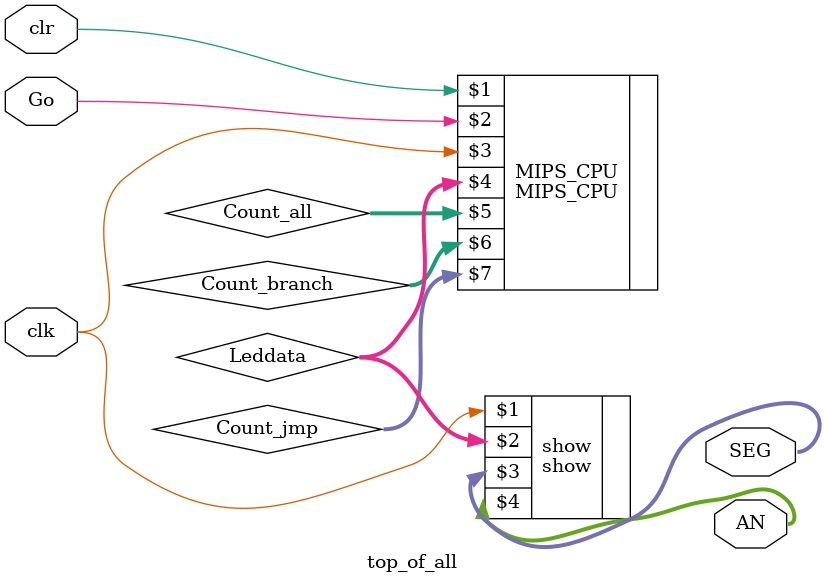
<source format=v>
`timescale 1ns / 1ps


module top_of_all(clr,Go,clk,SEG,AN);
	input clr,Go,clk;
	output [7:0] AN,SEG;
	
	wire [31:0] Leddata,Count_all,Count_branch,Count_jmp;
	
	show show(clk,Leddata,SEG,AN);
	MIPS_CPU MIPS_CPU(clr,Go,clk,Leddata,Count_all,Count_branch,Count_jmp);
	
endmodule

</source>
